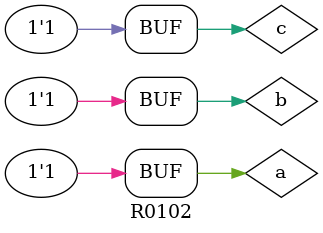
<source format=v>
/*
    identificação: 

    R0102 - 15 / 10 / 2024
    Nome: Davi Cândido de Almeida
    Matricula: 857859
    Código de Pessoa: 1527368
*/


//a.) mux (a, not(a), c)
//b.) mux (c, not(c), mux(a,not(a),b))


// Módulo MUX de 2 entradas e 1 seletor
module MUX (output s, input d0, input d1, input sel);

    // Multiplexador simples: se o seletor (sel) for 1, seleciona d1; caso contrário, seleciona d0
    assign s = sel ? d1 : d0;
endmodule // MUX

module f_MUX_a (output s, input a, input b, input c);


    not not01 (not_a, a);

    MUX MUX_01 (s, a, not_a, c);


endmodule // f_MUX_a - mux (a, not(a), c)

module f_MUX_b (output s, input a, input b, input c);


    not not01 (not_a, a);
    not not02 (not_b, b);
    not not_03 (not_c, c);

    MUX MUX_01 (s_01, a, not_a, b);

    MUX MUX_02 (s, c, not_c, s_01);


endmodule // f_MUX_b -  mux (c, not(c), mux(a,not(a),b))


// Módulo de teste R0102
module R0102;
    // Define os registradores

    reg a; 
    reg b; 
    reg c; // chave 
    wire sA; // saída 
    wire sB; // saída 

    f_MUX_a f01a(sA, a, b, c);
    f_MUX_b f01b(sB, a, b, c);

    initial begin : main
        $display("R0102 - Tests");
        $display("   a    b    c    sA   sB");
        $monitor("%4b %4b %4b %4b %4b", a, b, c, sA, sB);

        // Testes com diferentes valores de entrada
           a = 1'b0; b = 1'b0; c = 1'b0;
        #1 a = 1'b0; b = 1'b1; c = 1'b0;
        #1 a = 1'b1; b = 1'b0; c = 1'b0;
        #1 a = 1'b1; b = 1'b1; c = 1'b0;

        #1 a = 1'b0; b = 1'b0; c = 1'b1;
        #1 a = 1'b0; b = 1'b1; c = 1'b1;
        #1 a = 1'b1; b = 1'b0; c = 1'b1;
        #1 a = 1'b1; b = 1'b1; c = 1'b1;

    end // main

endmodule // R0102

/*
    -Saídas de resultados esperados:

    R0102 - Tests
   a    b    c    sA   sB
   0    0    0    0    0
   0    1    0    0    1
   1    0    0    1    1
   1    1    0    1    0
   0    0    1    1    1
   0    1    1    1    0
   1    0    1    0    0
   1    1    1    0    1
*/

/*
    -Notas:

    Para compilar: iverilog -o R0102.vvp R0102.v
    Para executar: vvp R0102.vvp
*/


</source>
